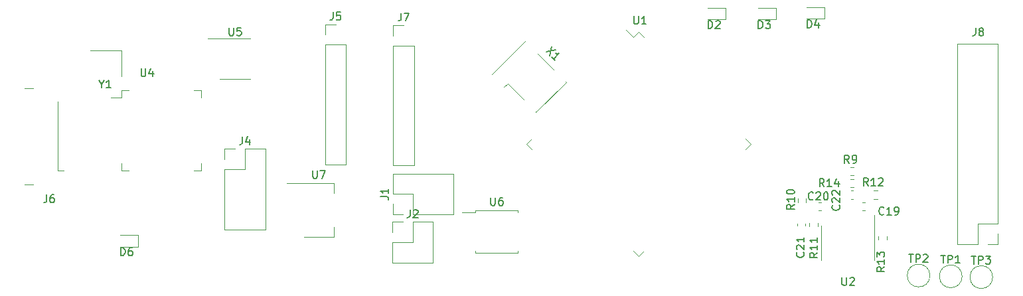
<source format=gbr>
%TF.GenerationSoftware,KiCad,Pcbnew,7.0.6-7.0.6~ubuntu20.04.1*%
%TF.CreationDate,2023-10-29T13:00:39+01:00*%
%TF.ProjectId,amurNutzlast,616d7572-4e75-4747-9a6c-6173742e6b69,rev?*%
%TF.SameCoordinates,Original*%
%TF.FileFunction,Legend,Top*%
%TF.FilePolarity,Positive*%
%FSLAX46Y46*%
G04 Gerber Fmt 4.6, Leading zero omitted, Abs format (unit mm)*
G04 Created by KiCad (PCBNEW 7.0.6-7.0.6~ubuntu20.04.1) date 2023-10-29 13:00:39*
%MOMM*%
%LPD*%
G01*
G04 APERTURE LIST*
%ADD10C,0.150000*%
%ADD11C,0.120000*%
G04 APERTURE END LIST*
D10*
X97941666Y-32104819D02*
X97941666Y-32819104D01*
X97941666Y-32819104D02*
X97894047Y-32961961D01*
X97894047Y-32961961D02*
X97798809Y-33057200D01*
X97798809Y-33057200D02*
X97655952Y-33104819D01*
X97655952Y-33104819D02*
X97560714Y-33104819D01*
X98322619Y-32104819D02*
X98989285Y-32104819D01*
X98989285Y-32104819D02*
X98560714Y-33104819D01*
X86674095Y-52190819D02*
X86674095Y-53000342D01*
X86674095Y-53000342D02*
X86721714Y-53095580D01*
X86721714Y-53095580D02*
X86769333Y-53143200D01*
X86769333Y-53143200D02*
X86864571Y-53190819D01*
X86864571Y-53190819D02*
X87055047Y-53190819D01*
X87055047Y-53190819D02*
X87150285Y-53143200D01*
X87150285Y-53143200D02*
X87197904Y-53095580D01*
X87197904Y-53095580D02*
X87245523Y-53000342D01*
X87245523Y-53000342D02*
X87245523Y-52190819D01*
X87626476Y-52190819D02*
X88293142Y-52190819D01*
X88293142Y-52190819D02*
X87864571Y-53190819D01*
X150507142Y-55859580D02*
X150459523Y-55907200D01*
X150459523Y-55907200D02*
X150316666Y-55954819D01*
X150316666Y-55954819D02*
X150221428Y-55954819D01*
X150221428Y-55954819D02*
X150078571Y-55907200D01*
X150078571Y-55907200D02*
X149983333Y-55811961D01*
X149983333Y-55811961D02*
X149935714Y-55716723D01*
X149935714Y-55716723D02*
X149888095Y-55526247D01*
X149888095Y-55526247D02*
X149888095Y-55383390D01*
X149888095Y-55383390D02*
X149935714Y-55192914D01*
X149935714Y-55192914D02*
X149983333Y-55097676D01*
X149983333Y-55097676D02*
X150078571Y-55002438D01*
X150078571Y-55002438D02*
X150221428Y-54954819D01*
X150221428Y-54954819D02*
X150316666Y-54954819D01*
X150316666Y-54954819D02*
X150459523Y-55002438D01*
X150459523Y-55002438D02*
X150507142Y-55050057D01*
X150888095Y-55050057D02*
X150935714Y-55002438D01*
X150935714Y-55002438D02*
X151030952Y-54954819D01*
X151030952Y-54954819D02*
X151269047Y-54954819D01*
X151269047Y-54954819D02*
X151364285Y-55002438D01*
X151364285Y-55002438D02*
X151411904Y-55050057D01*
X151411904Y-55050057D02*
X151459523Y-55145295D01*
X151459523Y-55145295D02*
X151459523Y-55240533D01*
X151459523Y-55240533D02*
X151411904Y-55383390D01*
X151411904Y-55383390D02*
X150840476Y-55954819D01*
X150840476Y-55954819D02*
X151459523Y-55954819D01*
X152078571Y-54954819D02*
X152173809Y-54954819D01*
X152173809Y-54954819D02*
X152269047Y-55002438D01*
X152269047Y-55002438D02*
X152316666Y-55050057D01*
X152316666Y-55050057D02*
X152364285Y-55145295D01*
X152364285Y-55145295D02*
X152411904Y-55335771D01*
X152411904Y-55335771D02*
X152411904Y-55573866D01*
X152411904Y-55573866D02*
X152364285Y-55764342D01*
X152364285Y-55764342D02*
X152316666Y-55859580D01*
X152316666Y-55859580D02*
X152269047Y-55907200D01*
X152269047Y-55907200D02*
X152173809Y-55954819D01*
X152173809Y-55954819D02*
X152078571Y-55954819D01*
X152078571Y-55954819D02*
X151983333Y-55907200D01*
X151983333Y-55907200D02*
X151935714Y-55859580D01*
X151935714Y-55859580D02*
X151888095Y-55764342D01*
X151888095Y-55764342D02*
X151840476Y-55573866D01*
X151840476Y-55573866D02*
X151840476Y-55335771D01*
X151840476Y-55335771D02*
X151888095Y-55145295D01*
X151888095Y-55145295D02*
X151935714Y-55050057D01*
X151935714Y-55050057D02*
X151983333Y-55002438D01*
X151983333Y-55002438D02*
X152078571Y-54954819D01*
X159604819Y-64492857D02*
X159128628Y-64826190D01*
X159604819Y-65064285D02*
X158604819Y-65064285D01*
X158604819Y-65064285D02*
X158604819Y-64683333D01*
X158604819Y-64683333D02*
X158652438Y-64588095D01*
X158652438Y-64588095D02*
X158700057Y-64540476D01*
X158700057Y-64540476D02*
X158795295Y-64492857D01*
X158795295Y-64492857D02*
X158938152Y-64492857D01*
X158938152Y-64492857D02*
X159033390Y-64540476D01*
X159033390Y-64540476D02*
X159081009Y-64588095D01*
X159081009Y-64588095D02*
X159128628Y-64683333D01*
X159128628Y-64683333D02*
X159128628Y-65064285D01*
X159604819Y-63540476D02*
X159604819Y-64111904D01*
X159604819Y-63826190D02*
X158604819Y-63826190D01*
X158604819Y-63826190D02*
X158747676Y-63921428D01*
X158747676Y-63921428D02*
X158842914Y-64016666D01*
X158842914Y-64016666D02*
X158890533Y-64111904D01*
X158604819Y-63207142D02*
X158604819Y-62588095D01*
X158604819Y-62588095D02*
X158985771Y-62921428D01*
X158985771Y-62921428D02*
X158985771Y-62778571D01*
X158985771Y-62778571D02*
X159033390Y-62683333D01*
X159033390Y-62683333D02*
X159081009Y-62635714D01*
X159081009Y-62635714D02*
X159176247Y-62588095D01*
X159176247Y-62588095D02*
X159414342Y-62588095D01*
X159414342Y-62588095D02*
X159509580Y-62635714D01*
X159509580Y-62635714D02*
X159557200Y-62683333D01*
X159557200Y-62683333D02*
X159604819Y-62778571D01*
X159604819Y-62778571D02*
X159604819Y-63064285D01*
X159604819Y-63064285D02*
X159557200Y-63159523D01*
X159557200Y-63159523D02*
X159509580Y-63207142D01*
X64788095Y-39204819D02*
X64788095Y-40014342D01*
X64788095Y-40014342D02*
X64835714Y-40109580D01*
X64835714Y-40109580D02*
X64883333Y-40157200D01*
X64883333Y-40157200D02*
X64978571Y-40204819D01*
X64978571Y-40204819D02*
X65169047Y-40204819D01*
X65169047Y-40204819D02*
X65264285Y-40157200D01*
X65264285Y-40157200D02*
X65311904Y-40109580D01*
X65311904Y-40109580D02*
X65359523Y-40014342D01*
X65359523Y-40014342D02*
X65359523Y-39204819D01*
X66264285Y-39538152D02*
X66264285Y-40204819D01*
X66026190Y-39157200D02*
X65788095Y-39871485D01*
X65788095Y-39871485D02*
X66407142Y-39871485D01*
X137111905Y-34084819D02*
X137111905Y-33084819D01*
X137111905Y-33084819D02*
X137350000Y-33084819D01*
X137350000Y-33084819D02*
X137492857Y-33132438D01*
X137492857Y-33132438D02*
X137588095Y-33227676D01*
X137588095Y-33227676D02*
X137635714Y-33322914D01*
X137635714Y-33322914D02*
X137683333Y-33513390D01*
X137683333Y-33513390D02*
X137683333Y-33656247D01*
X137683333Y-33656247D02*
X137635714Y-33846723D01*
X137635714Y-33846723D02*
X137588095Y-33941961D01*
X137588095Y-33941961D02*
X137492857Y-34037200D01*
X137492857Y-34037200D02*
X137350000Y-34084819D01*
X137350000Y-34084819D02*
X137111905Y-34084819D01*
X138064286Y-33180057D02*
X138111905Y-33132438D01*
X138111905Y-33132438D02*
X138207143Y-33084819D01*
X138207143Y-33084819D02*
X138445238Y-33084819D01*
X138445238Y-33084819D02*
X138540476Y-33132438D01*
X138540476Y-33132438D02*
X138588095Y-33180057D01*
X138588095Y-33180057D02*
X138635714Y-33275295D01*
X138635714Y-33275295D02*
X138635714Y-33370533D01*
X138635714Y-33370533D02*
X138588095Y-33513390D01*
X138588095Y-33513390D02*
X138016667Y-34084819D01*
X138016667Y-34084819D02*
X138635714Y-34084819D01*
X170688095Y-63106819D02*
X171259523Y-63106819D01*
X170973809Y-64106819D02*
X170973809Y-63106819D01*
X171592857Y-64106819D02*
X171592857Y-63106819D01*
X171592857Y-63106819D02*
X171973809Y-63106819D01*
X171973809Y-63106819D02*
X172069047Y-63154438D01*
X172069047Y-63154438D02*
X172116666Y-63202057D01*
X172116666Y-63202057D02*
X172164285Y-63297295D01*
X172164285Y-63297295D02*
X172164285Y-63440152D01*
X172164285Y-63440152D02*
X172116666Y-63535390D01*
X172116666Y-63535390D02*
X172069047Y-63583009D01*
X172069047Y-63583009D02*
X171973809Y-63630628D01*
X171973809Y-63630628D02*
X171592857Y-63630628D01*
X172497619Y-63106819D02*
X173116666Y-63106819D01*
X173116666Y-63106819D02*
X172783333Y-63487771D01*
X172783333Y-63487771D02*
X172926190Y-63487771D01*
X172926190Y-63487771D02*
X173021428Y-63535390D01*
X173021428Y-63535390D02*
X173069047Y-63583009D01*
X173069047Y-63583009D02*
X173116666Y-63678247D01*
X173116666Y-63678247D02*
X173116666Y-63916342D01*
X173116666Y-63916342D02*
X173069047Y-64011580D01*
X173069047Y-64011580D02*
X173021428Y-64059200D01*
X173021428Y-64059200D02*
X172926190Y-64106819D01*
X172926190Y-64106819D02*
X172640476Y-64106819D01*
X172640476Y-64106819D02*
X172545238Y-64059200D01*
X172545238Y-64059200D02*
X172497619Y-64011580D01*
X151054819Y-62692857D02*
X150578628Y-63026190D01*
X151054819Y-63264285D02*
X150054819Y-63264285D01*
X150054819Y-63264285D02*
X150054819Y-62883333D01*
X150054819Y-62883333D02*
X150102438Y-62788095D01*
X150102438Y-62788095D02*
X150150057Y-62740476D01*
X150150057Y-62740476D02*
X150245295Y-62692857D01*
X150245295Y-62692857D02*
X150388152Y-62692857D01*
X150388152Y-62692857D02*
X150483390Y-62740476D01*
X150483390Y-62740476D02*
X150531009Y-62788095D01*
X150531009Y-62788095D02*
X150578628Y-62883333D01*
X150578628Y-62883333D02*
X150578628Y-63264285D01*
X151054819Y-61740476D02*
X151054819Y-62311904D01*
X151054819Y-62026190D02*
X150054819Y-62026190D01*
X150054819Y-62026190D02*
X150197676Y-62121428D01*
X150197676Y-62121428D02*
X150292914Y-62216666D01*
X150292914Y-62216666D02*
X150340533Y-62311904D01*
X151054819Y-60788095D02*
X151054819Y-61359523D01*
X151054819Y-61073809D02*
X150054819Y-61073809D01*
X150054819Y-61073809D02*
X150197676Y-61169047D01*
X150197676Y-61169047D02*
X150292914Y-61264285D01*
X150292914Y-61264285D02*
X150340533Y-61359523D01*
X166788095Y-63006819D02*
X167359523Y-63006819D01*
X167073809Y-64006819D02*
X167073809Y-63006819D01*
X167692857Y-64006819D02*
X167692857Y-63006819D01*
X167692857Y-63006819D02*
X168073809Y-63006819D01*
X168073809Y-63006819D02*
X168169047Y-63054438D01*
X168169047Y-63054438D02*
X168216666Y-63102057D01*
X168216666Y-63102057D02*
X168264285Y-63197295D01*
X168264285Y-63197295D02*
X168264285Y-63340152D01*
X168264285Y-63340152D02*
X168216666Y-63435390D01*
X168216666Y-63435390D02*
X168169047Y-63483009D01*
X168169047Y-63483009D02*
X168073809Y-63530628D01*
X168073809Y-63530628D02*
X167692857Y-63530628D01*
X169216666Y-64006819D02*
X168645238Y-64006819D01*
X168930952Y-64006819D02*
X168930952Y-63006819D01*
X168930952Y-63006819D02*
X168835714Y-63149676D01*
X168835714Y-63149676D02*
X168740476Y-63244914D01*
X168740476Y-63244914D02*
X168645238Y-63292533D01*
X143511905Y-34084819D02*
X143511905Y-33084819D01*
X143511905Y-33084819D02*
X143750000Y-33084819D01*
X143750000Y-33084819D02*
X143892857Y-33132438D01*
X143892857Y-33132438D02*
X143988095Y-33227676D01*
X143988095Y-33227676D02*
X144035714Y-33322914D01*
X144035714Y-33322914D02*
X144083333Y-33513390D01*
X144083333Y-33513390D02*
X144083333Y-33656247D01*
X144083333Y-33656247D02*
X144035714Y-33846723D01*
X144035714Y-33846723D02*
X143988095Y-33941961D01*
X143988095Y-33941961D02*
X143892857Y-34037200D01*
X143892857Y-34037200D02*
X143750000Y-34084819D01*
X143750000Y-34084819D02*
X143511905Y-34084819D01*
X144416667Y-33084819D02*
X145035714Y-33084819D01*
X145035714Y-33084819D02*
X144702381Y-33465771D01*
X144702381Y-33465771D02*
X144845238Y-33465771D01*
X144845238Y-33465771D02*
X144940476Y-33513390D01*
X144940476Y-33513390D02*
X144988095Y-33561009D01*
X144988095Y-33561009D02*
X145035714Y-33656247D01*
X145035714Y-33656247D02*
X145035714Y-33894342D01*
X145035714Y-33894342D02*
X144988095Y-33989580D01*
X144988095Y-33989580D02*
X144940476Y-34037200D01*
X144940476Y-34037200D02*
X144845238Y-34084819D01*
X144845238Y-34084819D02*
X144559524Y-34084819D01*
X144559524Y-34084819D02*
X144464286Y-34037200D01*
X144464286Y-34037200D02*
X144416667Y-33989580D01*
X109388095Y-55654819D02*
X109388095Y-56464342D01*
X109388095Y-56464342D02*
X109435714Y-56559580D01*
X109435714Y-56559580D02*
X109483333Y-56607200D01*
X109483333Y-56607200D02*
X109578571Y-56654819D01*
X109578571Y-56654819D02*
X109769047Y-56654819D01*
X109769047Y-56654819D02*
X109864285Y-56607200D01*
X109864285Y-56607200D02*
X109911904Y-56559580D01*
X109911904Y-56559580D02*
X109959523Y-56464342D01*
X109959523Y-56464342D02*
X109959523Y-55654819D01*
X110864285Y-55654819D02*
X110673809Y-55654819D01*
X110673809Y-55654819D02*
X110578571Y-55702438D01*
X110578571Y-55702438D02*
X110530952Y-55750057D01*
X110530952Y-55750057D02*
X110435714Y-55892914D01*
X110435714Y-55892914D02*
X110388095Y-56083390D01*
X110388095Y-56083390D02*
X110388095Y-56464342D01*
X110388095Y-56464342D02*
X110435714Y-56559580D01*
X110435714Y-56559580D02*
X110483333Y-56607200D01*
X110483333Y-56607200D02*
X110578571Y-56654819D01*
X110578571Y-56654819D02*
X110769047Y-56654819D01*
X110769047Y-56654819D02*
X110864285Y-56607200D01*
X110864285Y-56607200D02*
X110911904Y-56559580D01*
X110911904Y-56559580D02*
X110959523Y-56464342D01*
X110959523Y-56464342D02*
X110959523Y-56226247D01*
X110959523Y-56226247D02*
X110911904Y-56131009D01*
X110911904Y-56131009D02*
X110864285Y-56083390D01*
X110864285Y-56083390D02*
X110769047Y-56035771D01*
X110769047Y-56035771D02*
X110578571Y-56035771D01*
X110578571Y-56035771D02*
X110483333Y-56083390D01*
X110483333Y-56083390D02*
X110435714Y-56131009D01*
X110435714Y-56131009D02*
X110388095Y-56226247D01*
X127638095Y-32504819D02*
X127638095Y-33314342D01*
X127638095Y-33314342D02*
X127685714Y-33409580D01*
X127685714Y-33409580D02*
X127733333Y-33457200D01*
X127733333Y-33457200D02*
X127828571Y-33504819D01*
X127828571Y-33504819D02*
X128019047Y-33504819D01*
X128019047Y-33504819D02*
X128114285Y-33457200D01*
X128114285Y-33457200D02*
X128161904Y-33409580D01*
X128161904Y-33409580D02*
X128209523Y-33314342D01*
X128209523Y-33314342D02*
X128209523Y-32504819D01*
X129209523Y-33504819D02*
X128638095Y-33504819D01*
X128923809Y-33504819D02*
X128923809Y-32504819D01*
X128923809Y-32504819D02*
X128828571Y-32647676D01*
X128828571Y-32647676D02*
X128733333Y-32742914D01*
X128733333Y-32742914D02*
X128638095Y-32790533D01*
X62186905Y-63057819D02*
X62186905Y-62057819D01*
X62186905Y-62057819D02*
X62425000Y-62057819D01*
X62425000Y-62057819D02*
X62567857Y-62105438D01*
X62567857Y-62105438D02*
X62663095Y-62200676D01*
X62663095Y-62200676D02*
X62710714Y-62295914D01*
X62710714Y-62295914D02*
X62758333Y-62486390D01*
X62758333Y-62486390D02*
X62758333Y-62629247D01*
X62758333Y-62629247D02*
X62710714Y-62819723D01*
X62710714Y-62819723D02*
X62663095Y-62914961D01*
X62663095Y-62914961D02*
X62567857Y-63010200D01*
X62567857Y-63010200D02*
X62425000Y-63057819D01*
X62425000Y-63057819D02*
X62186905Y-63057819D01*
X63615476Y-62057819D02*
X63425000Y-62057819D01*
X63425000Y-62057819D02*
X63329762Y-62105438D01*
X63329762Y-62105438D02*
X63282143Y-62153057D01*
X63282143Y-62153057D02*
X63186905Y-62295914D01*
X63186905Y-62295914D02*
X63139286Y-62486390D01*
X63139286Y-62486390D02*
X63139286Y-62867342D01*
X63139286Y-62867342D02*
X63186905Y-62962580D01*
X63186905Y-62962580D02*
X63234524Y-63010200D01*
X63234524Y-63010200D02*
X63329762Y-63057819D01*
X63329762Y-63057819D02*
X63520238Y-63057819D01*
X63520238Y-63057819D02*
X63615476Y-63010200D01*
X63615476Y-63010200D02*
X63663095Y-62962580D01*
X63663095Y-62962580D02*
X63710714Y-62867342D01*
X63710714Y-62867342D02*
X63710714Y-62629247D01*
X63710714Y-62629247D02*
X63663095Y-62534009D01*
X63663095Y-62534009D02*
X63615476Y-62486390D01*
X63615476Y-62486390D02*
X63520238Y-62438771D01*
X63520238Y-62438771D02*
X63329762Y-62438771D01*
X63329762Y-62438771D02*
X63234524Y-62486390D01*
X63234524Y-62486390D02*
X63186905Y-62534009D01*
X63186905Y-62534009D02*
X63139286Y-62629247D01*
X89261666Y-32003819D02*
X89261666Y-32718104D01*
X89261666Y-32718104D02*
X89214047Y-32860961D01*
X89214047Y-32860961D02*
X89118809Y-32956200D01*
X89118809Y-32956200D02*
X88975952Y-33003819D01*
X88975952Y-33003819D02*
X88880714Y-33003819D01*
X90214047Y-32003819D02*
X89737857Y-32003819D01*
X89737857Y-32003819D02*
X89690238Y-32480009D01*
X89690238Y-32480009D02*
X89737857Y-32432390D01*
X89737857Y-32432390D02*
X89833095Y-32384771D01*
X89833095Y-32384771D02*
X90071190Y-32384771D01*
X90071190Y-32384771D02*
X90166428Y-32432390D01*
X90166428Y-32432390D02*
X90214047Y-32480009D01*
X90214047Y-32480009D02*
X90261666Y-32575247D01*
X90261666Y-32575247D02*
X90261666Y-32813342D01*
X90261666Y-32813342D02*
X90214047Y-32908580D01*
X90214047Y-32908580D02*
X90166428Y-32956200D01*
X90166428Y-32956200D02*
X90071190Y-33003819D01*
X90071190Y-33003819D02*
X89833095Y-33003819D01*
X89833095Y-33003819D02*
X89737857Y-32956200D01*
X89737857Y-32956200D02*
X89690238Y-32908580D01*
X95349819Y-55538333D02*
X96064104Y-55538333D01*
X96064104Y-55538333D02*
X96206961Y-55585952D01*
X96206961Y-55585952D02*
X96302200Y-55681190D01*
X96302200Y-55681190D02*
X96349819Y-55824047D01*
X96349819Y-55824047D02*
X96349819Y-55919285D01*
X96349819Y-54538333D02*
X96349819Y-55109761D01*
X96349819Y-54824047D02*
X95349819Y-54824047D01*
X95349819Y-54824047D02*
X95492676Y-54919285D01*
X95492676Y-54919285D02*
X95587914Y-55014523D01*
X95587914Y-55014523D02*
X95635533Y-55109761D01*
X151907142Y-54254819D02*
X151573809Y-53778628D01*
X151335714Y-54254819D02*
X151335714Y-53254819D01*
X151335714Y-53254819D02*
X151716666Y-53254819D01*
X151716666Y-53254819D02*
X151811904Y-53302438D01*
X151811904Y-53302438D02*
X151859523Y-53350057D01*
X151859523Y-53350057D02*
X151907142Y-53445295D01*
X151907142Y-53445295D02*
X151907142Y-53588152D01*
X151907142Y-53588152D02*
X151859523Y-53683390D01*
X151859523Y-53683390D02*
X151811904Y-53731009D01*
X151811904Y-53731009D02*
X151716666Y-53778628D01*
X151716666Y-53778628D02*
X151335714Y-53778628D01*
X152859523Y-54254819D02*
X152288095Y-54254819D01*
X152573809Y-54254819D02*
X152573809Y-53254819D01*
X152573809Y-53254819D02*
X152478571Y-53397676D01*
X152478571Y-53397676D02*
X152383333Y-53492914D01*
X152383333Y-53492914D02*
X152288095Y-53540533D01*
X153716666Y-53588152D02*
X153716666Y-54254819D01*
X153478571Y-53207200D02*
X153240476Y-53921485D01*
X153240476Y-53921485D02*
X153859523Y-53921485D01*
X59739809Y-41184628D02*
X59739809Y-41660819D01*
X59406476Y-40660819D02*
X59739809Y-41184628D01*
X59739809Y-41184628D02*
X60073142Y-40660819D01*
X60930285Y-41660819D02*
X60358857Y-41660819D01*
X60644571Y-41660819D02*
X60644571Y-40660819D01*
X60644571Y-40660819D02*
X60549333Y-40803676D01*
X60549333Y-40803676D02*
X60454095Y-40898914D01*
X60454095Y-40898914D02*
X60358857Y-40946533D01*
X149761905Y-33984819D02*
X149761905Y-32984819D01*
X149761905Y-32984819D02*
X150000000Y-32984819D01*
X150000000Y-32984819D02*
X150142857Y-33032438D01*
X150142857Y-33032438D02*
X150238095Y-33127676D01*
X150238095Y-33127676D02*
X150285714Y-33222914D01*
X150285714Y-33222914D02*
X150333333Y-33413390D01*
X150333333Y-33413390D02*
X150333333Y-33556247D01*
X150333333Y-33556247D02*
X150285714Y-33746723D01*
X150285714Y-33746723D02*
X150238095Y-33841961D01*
X150238095Y-33841961D02*
X150142857Y-33937200D01*
X150142857Y-33937200D02*
X150000000Y-33984819D01*
X150000000Y-33984819D02*
X149761905Y-33984819D01*
X151190476Y-33318152D02*
X151190476Y-33984819D01*
X150952381Y-32937200D02*
X150714286Y-33651485D01*
X150714286Y-33651485D02*
X151333333Y-33651485D01*
X154188095Y-65854819D02*
X154188095Y-66664342D01*
X154188095Y-66664342D02*
X154235714Y-66759580D01*
X154235714Y-66759580D02*
X154283333Y-66807200D01*
X154283333Y-66807200D02*
X154378571Y-66854819D01*
X154378571Y-66854819D02*
X154569047Y-66854819D01*
X154569047Y-66854819D02*
X154664285Y-66807200D01*
X154664285Y-66807200D02*
X154711904Y-66759580D01*
X154711904Y-66759580D02*
X154759523Y-66664342D01*
X154759523Y-66664342D02*
X154759523Y-65854819D01*
X155188095Y-65950057D02*
X155235714Y-65902438D01*
X155235714Y-65902438D02*
X155330952Y-65854819D01*
X155330952Y-65854819D02*
X155569047Y-65854819D01*
X155569047Y-65854819D02*
X155664285Y-65902438D01*
X155664285Y-65902438D02*
X155711904Y-65950057D01*
X155711904Y-65950057D02*
X155759523Y-66045295D01*
X155759523Y-66045295D02*
X155759523Y-66140533D01*
X155759523Y-66140533D02*
X155711904Y-66283390D01*
X155711904Y-66283390D02*
X155140476Y-66854819D01*
X155140476Y-66854819D02*
X155759523Y-66854819D01*
X148104819Y-56542857D02*
X147628628Y-56876190D01*
X148104819Y-57114285D02*
X147104819Y-57114285D01*
X147104819Y-57114285D02*
X147104819Y-56733333D01*
X147104819Y-56733333D02*
X147152438Y-56638095D01*
X147152438Y-56638095D02*
X147200057Y-56590476D01*
X147200057Y-56590476D02*
X147295295Y-56542857D01*
X147295295Y-56542857D02*
X147438152Y-56542857D01*
X147438152Y-56542857D02*
X147533390Y-56590476D01*
X147533390Y-56590476D02*
X147581009Y-56638095D01*
X147581009Y-56638095D02*
X147628628Y-56733333D01*
X147628628Y-56733333D02*
X147628628Y-57114285D01*
X148104819Y-55590476D02*
X148104819Y-56161904D01*
X148104819Y-55876190D02*
X147104819Y-55876190D01*
X147104819Y-55876190D02*
X147247676Y-55971428D01*
X147247676Y-55971428D02*
X147342914Y-56066666D01*
X147342914Y-56066666D02*
X147390533Y-56161904D01*
X147104819Y-54971428D02*
X147104819Y-54876190D01*
X147104819Y-54876190D02*
X147152438Y-54780952D01*
X147152438Y-54780952D02*
X147200057Y-54733333D01*
X147200057Y-54733333D02*
X147295295Y-54685714D01*
X147295295Y-54685714D02*
X147485771Y-54638095D01*
X147485771Y-54638095D02*
X147723866Y-54638095D01*
X147723866Y-54638095D02*
X147914342Y-54685714D01*
X147914342Y-54685714D02*
X148009580Y-54733333D01*
X148009580Y-54733333D02*
X148057200Y-54780952D01*
X148057200Y-54780952D02*
X148104819Y-54876190D01*
X148104819Y-54876190D02*
X148104819Y-54971428D01*
X148104819Y-54971428D02*
X148057200Y-55066666D01*
X148057200Y-55066666D02*
X148009580Y-55114285D01*
X148009580Y-55114285D02*
X147914342Y-55161904D01*
X147914342Y-55161904D02*
X147723866Y-55209523D01*
X147723866Y-55209523D02*
X147485771Y-55209523D01*
X147485771Y-55209523D02*
X147295295Y-55161904D01*
X147295295Y-55161904D02*
X147200057Y-55114285D01*
X147200057Y-55114285D02*
X147152438Y-55066666D01*
X147152438Y-55066666D02*
X147104819Y-54971428D01*
X155083333Y-51254819D02*
X154750000Y-50778628D01*
X154511905Y-51254819D02*
X154511905Y-50254819D01*
X154511905Y-50254819D02*
X154892857Y-50254819D01*
X154892857Y-50254819D02*
X154988095Y-50302438D01*
X154988095Y-50302438D02*
X155035714Y-50350057D01*
X155035714Y-50350057D02*
X155083333Y-50445295D01*
X155083333Y-50445295D02*
X155083333Y-50588152D01*
X155083333Y-50588152D02*
X155035714Y-50683390D01*
X155035714Y-50683390D02*
X154988095Y-50731009D01*
X154988095Y-50731009D02*
X154892857Y-50778628D01*
X154892857Y-50778628D02*
X154511905Y-50778628D01*
X155559524Y-51254819D02*
X155750000Y-51254819D01*
X155750000Y-51254819D02*
X155845238Y-51207200D01*
X155845238Y-51207200D02*
X155892857Y-51159580D01*
X155892857Y-51159580D02*
X155988095Y-51016723D01*
X155988095Y-51016723D02*
X156035714Y-50826247D01*
X156035714Y-50826247D02*
X156035714Y-50445295D01*
X156035714Y-50445295D02*
X155988095Y-50350057D01*
X155988095Y-50350057D02*
X155940476Y-50302438D01*
X155940476Y-50302438D02*
X155845238Y-50254819D01*
X155845238Y-50254819D02*
X155654762Y-50254819D01*
X155654762Y-50254819D02*
X155559524Y-50302438D01*
X155559524Y-50302438D02*
X155511905Y-50350057D01*
X155511905Y-50350057D02*
X155464286Y-50445295D01*
X155464286Y-50445295D02*
X155464286Y-50683390D01*
X155464286Y-50683390D02*
X155511905Y-50778628D01*
X155511905Y-50778628D02*
X155559524Y-50826247D01*
X155559524Y-50826247D02*
X155654762Y-50873866D01*
X155654762Y-50873866D02*
X155845238Y-50873866D01*
X155845238Y-50873866D02*
X155940476Y-50826247D01*
X155940476Y-50826247D02*
X155988095Y-50778628D01*
X155988095Y-50778628D02*
X156035714Y-50683390D01*
X117162219Y-36342941D02*
X116926517Y-37521452D01*
X117633623Y-36814345D02*
X116455112Y-37050047D01*
X117566280Y-38161215D02*
X117162219Y-37757154D01*
X117364249Y-37959185D02*
X118071356Y-37252078D01*
X118071356Y-37252078D02*
X117902997Y-37285750D01*
X117902997Y-37285750D02*
X117768310Y-37285750D01*
X117768310Y-37285750D02*
X117667295Y-37252078D01*
X153809580Y-56642857D02*
X153857200Y-56690476D01*
X153857200Y-56690476D02*
X153904819Y-56833333D01*
X153904819Y-56833333D02*
X153904819Y-56928571D01*
X153904819Y-56928571D02*
X153857200Y-57071428D01*
X153857200Y-57071428D02*
X153761961Y-57166666D01*
X153761961Y-57166666D02*
X153666723Y-57214285D01*
X153666723Y-57214285D02*
X153476247Y-57261904D01*
X153476247Y-57261904D02*
X153333390Y-57261904D01*
X153333390Y-57261904D02*
X153142914Y-57214285D01*
X153142914Y-57214285D02*
X153047676Y-57166666D01*
X153047676Y-57166666D02*
X152952438Y-57071428D01*
X152952438Y-57071428D02*
X152904819Y-56928571D01*
X152904819Y-56928571D02*
X152904819Y-56833333D01*
X152904819Y-56833333D02*
X152952438Y-56690476D01*
X152952438Y-56690476D02*
X153000057Y-56642857D01*
X153000057Y-56261904D02*
X152952438Y-56214285D01*
X152952438Y-56214285D02*
X152904819Y-56119047D01*
X152904819Y-56119047D02*
X152904819Y-55880952D01*
X152904819Y-55880952D02*
X152952438Y-55785714D01*
X152952438Y-55785714D02*
X153000057Y-55738095D01*
X153000057Y-55738095D02*
X153095295Y-55690476D01*
X153095295Y-55690476D02*
X153190533Y-55690476D01*
X153190533Y-55690476D02*
X153333390Y-55738095D01*
X153333390Y-55738095D02*
X153904819Y-56309523D01*
X153904819Y-56309523D02*
X153904819Y-55690476D01*
X153000057Y-55309523D02*
X152952438Y-55261904D01*
X152952438Y-55261904D02*
X152904819Y-55166666D01*
X152904819Y-55166666D02*
X152904819Y-54928571D01*
X152904819Y-54928571D02*
X152952438Y-54833333D01*
X152952438Y-54833333D02*
X153000057Y-54785714D01*
X153000057Y-54785714D02*
X153095295Y-54738095D01*
X153095295Y-54738095D02*
X153190533Y-54738095D01*
X153190533Y-54738095D02*
X153333390Y-54785714D01*
X153333390Y-54785714D02*
X153904819Y-55357142D01*
X153904819Y-55357142D02*
X153904819Y-54738095D01*
X77704666Y-47883819D02*
X77704666Y-48598104D01*
X77704666Y-48598104D02*
X77657047Y-48740961D01*
X77657047Y-48740961D02*
X77561809Y-48836200D01*
X77561809Y-48836200D02*
X77418952Y-48883819D01*
X77418952Y-48883819D02*
X77323714Y-48883819D01*
X78609428Y-48217152D02*
X78609428Y-48883819D01*
X78371333Y-47836200D02*
X78133238Y-48550485D01*
X78133238Y-48550485D02*
X78752285Y-48550485D01*
X149259580Y-62642857D02*
X149307200Y-62690476D01*
X149307200Y-62690476D02*
X149354819Y-62833333D01*
X149354819Y-62833333D02*
X149354819Y-62928571D01*
X149354819Y-62928571D02*
X149307200Y-63071428D01*
X149307200Y-63071428D02*
X149211961Y-63166666D01*
X149211961Y-63166666D02*
X149116723Y-63214285D01*
X149116723Y-63214285D02*
X148926247Y-63261904D01*
X148926247Y-63261904D02*
X148783390Y-63261904D01*
X148783390Y-63261904D02*
X148592914Y-63214285D01*
X148592914Y-63214285D02*
X148497676Y-63166666D01*
X148497676Y-63166666D02*
X148402438Y-63071428D01*
X148402438Y-63071428D02*
X148354819Y-62928571D01*
X148354819Y-62928571D02*
X148354819Y-62833333D01*
X148354819Y-62833333D02*
X148402438Y-62690476D01*
X148402438Y-62690476D02*
X148450057Y-62642857D01*
X148450057Y-62261904D02*
X148402438Y-62214285D01*
X148402438Y-62214285D02*
X148354819Y-62119047D01*
X148354819Y-62119047D02*
X148354819Y-61880952D01*
X148354819Y-61880952D02*
X148402438Y-61785714D01*
X148402438Y-61785714D02*
X148450057Y-61738095D01*
X148450057Y-61738095D02*
X148545295Y-61690476D01*
X148545295Y-61690476D02*
X148640533Y-61690476D01*
X148640533Y-61690476D02*
X148783390Y-61738095D01*
X148783390Y-61738095D02*
X149354819Y-62309523D01*
X149354819Y-62309523D02*
X149354819Y-61690476D01*
X149354819Y-60738095D02*
X149354819Y-61309523D01*
X149354819Y-61023809D02*
X148354819Y-61023809D01*
X148354819Y-61023809D02*
X148497676Y-61119047D01*
X148497676Y-61119047D02*
X148592914Y-61214285D01*
X148592914Y-61214285D02*
X148640533Y-61309523D01*
X171216666Y-34004819D02*
X171216666Y-34719104D01*
X171216666Y-34719104D02*
X171169047Y-34861961D01*
X171169047Y-34861961D02*
X171073809Y-34957200D01*
X171073809Y-34957200D02*
X170930952Y-35004819D01*
X170930952Y-35004819D02*
X170835714Y-35004819D01*
X171835714Y-34433390D02*
X171740476Y-34385771D01*
X171740476Y-34385771D02*
X171692857Y-34338152D01*
X171692857Y-34338152D02*
X171645238Y-34242914D01*
X171645238Y-34242914D02*
X171645238Y-34195295D01*
X171645238Y-34195295D02*
X171692857Y-34100057D01*
X171692857Y-34100057D02*
X171740476Y-34052438D01*
X171740476Y-34052438D02*
X171835714Y-34004819D01*
X171835714Y-34004819D02*
X172026190Y-34004819D01*
X172026190Y-34004819D02*
X172121428Y-34052438D01*
X172121428Y-34052438D02*
X172169047Y-34100057D01*
X172169047Y-34100057D02*
X172216666Y-34195295D01*
X172216666Y-34195295D02*
X172216666Y-34242914D01*
X172216666Y-34242914D02*
X172169047Y-34338152D01*
X172169047Y-34338152D02*
X172121428Y-34385771D01*
X172121428Y-34385771D02*
X172026190Y-34433390D01*
X172026190Y-34433390D02*
X171835714Y-34433390D01*
X171835714Y-34433390D02*
X171740476Y-34481009D01*
X171740476Y-34481009D02*
X171692857Y-34528628D01*
X171692857Y-34528628D02*
X171645238Y-34623866D01*
X171645238Y-34623866D02*
X171645238Y-34814342D01*
X171645238Y-34814342D02*
X171692857Y-34909580D01*
X171692857Y-34909580D02*
X171740476Y-34957200D01*
X171740476Y-34957200D02*
X171835714Y-35004819D01*
X171835714Y-35004819D02*
X172026190Y-35004819D01*
X172026190Y-35004819D02*
X172121428Y-34957200D01*
X172121428Y-34957200D02*
X172169047Y-34909580D01*
X172169047Y-34909580D02*
X172216666Y-34814342D01*
X172216666Y-34814342D02*
X172216666Y-34623866D01*
X172216666Y-34623866D02*
X172169047Y-34528628D01*
X172169047Y-34528628D02*
X172121428Y-34481009D01*
X172121428Y-34481009D02*
X172026190Y-34433390D01*
X157507142Y-54154819D02*
X157173809Y-53678628D01*
X156935714Y-54154819D02*
X156935714Y-53154819D01*
X156935714Y-53154819D02*
X157316666Y-53154819D01*
X157316666Y-53154819D02*
X157411904Y-53202438D01*
X157411904Y-53202438D02*
X157459523Y-53250057D01*
X157459523Y-53250057D02*
X157507142Y-53345295D01*
X157507142Y-53345295D02*
X157507142Y-53488152D01*
X157507142Y-53488152D02*
X157459523Y-53583390D01*
X157459523Y-53583390D02*
X157411904Y-53631009D01*
X157411904Y-53631009D02*
X157316666Y-53678628D01*
X157316666Y-53678628D02*
X156935714Y-53678628D01*
X158459523Y-54154819D02*
X157888095Y-54154819D01*
X158173809Y-54154819D02*
X158173809Y-53154819D01*
X158173809Y-53154819D02*
X158078571Y-53297676D01*
X158078571Y-53297676D02*
X157983333Y-53392914D01*
X157983333Y-53392914D02*
X157888095Y-53440533D01*
X158840476Y-53250057D02*
X158888095Y-53202438D01*
X158888095Y-53202438D02*
X158983333Y-53154819D01*
X158983333Y-53154819D02*
X159221428Y-53154819D01*
X159221428Y-53154819D02*
X159316666Y-53202438D01*
X159316666Y-53202438D02*
X159364285Y-53250057D01*
X159364285Y-53250057D02*
X159411904Y-53345295D01*
X159411904Y-53345295D02*
X159411904Y-53440533D01*
X159411904Y-53440533D02*
X159364285Y-53583390D01*
X159364285Y-53583390D02*
X158792857Y-54154819D01*
X158792857Y-54154819D02*
X159411904Y-54154819D01*
X159507142Y-57759580D02*
X159459523Y-57807200D01*
X159459523Y-57807200D02*
X159316666Y-57854819D01*
X159316666Y-57854819D02*
X159221428Y-57854819D01*
X159221428Y-57854819D02*
X159078571Y-57807200D01*
X159078571Y-57807200D02*
X158983333Y-57711961D01*
X158983333Y-57711961D02*
X158935714Y-57616723D01*
X158935714Y-57616723D02*
X158888095Y-57426247D01*
X158888095Y-57426247D02*
X158888095Y-57283390D01*
X158888095Y-57283390D02*
X158935714Y-57092914D01*
X158935714Y-57092914D02*
X158983333Y-56997676D01*
X158983333Y-56997676D02*
X159078571Y-56902438D01*
X159078571Y-56902438D02*
X159221428Y-56854819D01*
X159221428Y-56854819D02*
X159316666Y-56854819D01*
X159316666Y-56854819D02*
X159459523Y-56902438D01*
X159459523Y-56902438D02*
X159507142Y-56950057D01*
X160459523Y-57854819D02*
X159888095Y-57854819D01*
X160173809Y-57854819D02*
X160173809Y-56854819D01*
X160173809Y-56854819D02*
X160078571Y-56997676D01*
X160078571Y-56997676D02*
X159983333Y-57092914D01*
X159983333Y-57092914D02*
X159888095Y-57140533D01*
X160935714Y-57854819D02*
X161126190Y-57854819D01*
X161126190Y-57854819D02*
X161221428Y-57807200D01*
X161221428Y-57807200D02*
X161269047Y-57759580D01*
X161269047Y-57759580D02*
X161364285Y-57616723D01*
X161364285Y-57616723D02*
X161411904Y-57426247D01*
X161411904Y-57426247D02*
X161411904Y-57045295D01*
X161411904Y-57045295D02*
X161364285Y-56950057D01*
X161364285Y-56950057D02*
X161316666Y-56902438D01*
X161316666Y-56902438D02*
X161221428Y-56854819D01*
X161221428Y-56854819D02*
X161030952Y-56854819D01*
X161030952Y-56854819D02*
X160935714Y-56902438D01*
X160935714Y-56902438D02*
X160888095Y-56950057D01*
X160888095Y-56950057D02*
X160840476Y-57045295D01*
X160840476Y-57045295D02*
X160840476Y-57283390D01*
X160840476Y-57283390D02*
X160888095Y-57378628D01*
X160888095Y-57378628D02*
X160935714Y-57426247D01*
X160935714Y-57426247D02*
X161030952Y-57473866D01*
X161030952Y-57473866D02*
X161221428Y-57473866D01*
X161221428Y-57473866D02*
X161316666Y-57426247D01*
X161316666Y-57426247D02*
X161364285Y-57378628D01*
X161364285Y-57378628D02*
X161411904Y-57283390D01*
X162688095Y-62906819D02*
X163259523Y-62906819D01*
X162973809Y-63906819D02*
X162973809Y-62906819D01*
X163592857Y-63906819D02*
X163592857Y-62906819D01*
X163592857Y-62906819D02*
X163973809Y-62906819D01*
X163973809Y-62906819D02*
X164069047Y-62954438D01*
X164069047Y-62954438D02*
X164116666Y-63002057D01*
X164116666Y-63002057D02*
X164164285Y-63097295D01*
X164164285Y-63097295D02*
X164164285Y-63240152D01*
X164164285Y-63240152D02*
X164116666Y-63335390D01*
X164116666Y-63335390D02*
X164069047Y-63383009D01*
X164069047Y-63383009D02*
X163973809Y-63430628D01*
X163973809Y-63430628D02*
X163592857Y-63430628D01*
X164545238Y-63002057D02*
X164592857Y-62954438D01*
X164592857Y-62954438D02*
X164688095Y-62906819D01*
X164688095Y-62906819D02*
X164926190Y-62906819D01*
X164926190Y-62906819D02*
X165021428Y-62954438D01*
X165021428Y-62954438D02*
X165069047Y-63002057D01*
X165069047Y-63002057D02*
X165116666Y-63097295D01*
X165116666Y-63097295D02*
X165116666Y-63192533D01*
X165116666Y-63192533D02*
X165069047Y-63335390D01*
X165069047Y-63335390D02*
X164497619Y-63906819D01*
X164497619Y-63906819D02*
X165116666Y-63906819D01*
X52727666Y-55292819D02*
X52727666Y-56007104D01*
X52727666Y-56007104D02*
X52680047Y-56149961D01*
X52680047Y-56149961D02*
X52584809Y-56245200D01*
X52584809Y-56245200D02*
X52441952Y-56292819D01*
X52441952Y-56292819D02*
X52346714Y-56292819D01*
X53632428Y-55292819D02*
X53441952Y-55292819D01*
X53441952Y-55292819D02*
X53346714Y-55340438D01*
X53346714Y-55340438D02*
X53299095Y-55388057D01*
X53299095Y-55388057D02*
X53203857Y-55530914D01*
X53203857Y-55530914D02*
X53156238Y-55721390D01*
X53156238Y-55721390D02*
X53156238Y-56102342D01*
X53156238Y-56102342D02*
X53203857Y-56197580D01*
X53203857Y-56197580D02*
X53251476Y-56245200D01*
X53251476Y-56245200D02*
X53346714Y-56292819D01*
X53346714Y-56292819D02*
X53537190Y-56292819D01*
X53537190Y-56292819D02*
X53632428Y-56245200D01*
X53632428Y-56245200D02*
X53680047Y-56197580D01*
X53680047Y-56197580D02*
X53727666Y-56102342D01*
X53727666Y-56102342D02*
X53727666Y-55864247D01*
X53727666Y-55864247D02*
X53680047Y-55769009D01*
X53680047Y-55769009D02*
X53632428Y-55721390D01*
X53632428Y-55721390D02*
X53537190Y-55673771D01*
X53537190Y-55673771D02*
X53346714Y-55673771D01*
X53346714Y-55673771D02*
X53251476Y-55721390D01*
X53251476Y-55721390D02*
X53203857Y-55769009D01*
X53203857Y-55769009D02*
X53156238Y-55864247D01*
X99096666Y-57224819D02*
X99096666Y-57939104D01*
X99096666Y-57939104D02*
X99049047Y-58081961D01*
X99049047Y-58081961D02*
X98953809Y-58177200D01*
X98953809Y-58177200D02*
X98810952Y-58224819D01*
X98810952Y-58224819D02*
X98715714Y-58224819D01*
X99525238Y-57320057D02*
X99572857Y-57272438D01*
X99572857Y-57272438D02*
X99668095Y-57224819D01*
X99668095Y-57224819D02*
X99906190Y-57224819D01*
X99906190Y-57224819D02*
X100001428Y-57272438D01*
X100001428Y-57272438D02*
X100049047Y-57320057D01*
X100049047Y-57320057D02*
X100096666Y-57415295D01*
X100096666Y-57415295D02*
X100096666Y-57510533D01*
X100096666Y-57510533D02*
X100049047Y-57653390D01*
X100049047Y-57653390D02*
X99477619Y-58224819D01*
X99477619Y-58224819D02*
X100096666Y-58224819D01*
X76006095Y-33986819D02*
X76006095Y-34796342D01*
X76006095Y-34796342D02*
X76053714Y-34891580D01*
X76053714Y-34891580D02*
X76101333Y-34939200D01*
X76101333Y-34939200D02*
X76196571Y-34986819D01*
X76196571Y-34986819D02*
X76387047Y-34986819D01*
X76387047Y-34986819D02*
X76482285Y-34939200D01*
X76482285Y-34939200D02*
X76529904Y-34891580D01*
X76529904Y-34891580D02*
X76577523Y-34796342D01*
X76577523Y-34796342D02*
X76577523Y-33986819D01*
X77529904Y-33986819D02*
X77053714Y-33986819D01*
X77053714Y-33986819D02*
X77006095Y-34463009D01*
X77006095Y-34463009D02*
X77053714Y-34415390D01*
X77053714Y-34415390D02*
X77148952Y-34367771D01*
X77148952Y-34367771D02*
X77387047Y-34367771D01*
X77387047Y-34367771D02*
X77482285Y-34415390D01*
X77482285Y-34415390D02*
X77529904Y-34463009D01*
X77529904Y-34463009D02*
X77577523Y-34558247D01*
X77577523Y-34558247D02*
X77577523Y-34796342D01*
X77577523Y-34796342D02*
X77529904Y-34891580D01*
X77529904Y-34891580D02*
X77482285Y-34939200D01*
X77482285Y-34939200D02*
X77387047Y-34986819D01*
X77387047Y-34986819D02*
X77148952Y-34986819D01*
X77148952Y-34986819D02*
X77053714Y-34939200D01*
X77053714Y-34939200D02*
X77006095Y-34891580D01*
D11*
%TO.C,J7*%
X96945000Y-33650000D02*
X98275000Y-33650000D01*
X96945000Y-34980000D02*
X96945000Y-33650000D01*
X96945000Y-36250000D02*
X96945000Y-51550000D01*
X96945000Y-36250000D02*
X99605000Y-36250000D01*
X96945000Y-51550000D02*
X99605000Y-51550000D01*
X99605000Y-36250000D02*
X99605000Y-51550000D01*
%TO.C,U7*%
X83336000Y-53826000D02*
X89346000Y-53826000D01*
X85586000Y-60646000D02*
X89346000Y-60646000D01*
X89346000Y-53826000D02*
X89346000Y-55086000D01*
X89346000Y-60646000D02*
X89346000Y-59386000D01*
%TO.C,C20*%
X151209420Y-56290000D02*
X151490580Y-56290000D01*
X151209420Y-57310000D02*
X151490580Y-57310000D01*
%TO.C,R13*%
X159872500Y-60562742D02*
X159872500Y-61037258D01*
X158827500Y-60562742D02*
X158827500Y-61037258D01*
%TO.C,U4*%
X62260000Y-41966000D02*
X62260000Y-42916000D01*
X62260000Y-42916000D02*
X60920000Y-42916000D01*
X62260000Y-52186000D02*
X62260000Y-51236000D01*
X63210000Y-41966000D02*
X62260000Y-41966000D01*
X63210000Y-52186000D02*
X62260000Y-52186000D01*
X71530000Y-41966000D02*
X72480000Y-41966000D01*
X71530000Y-52186000D02*
X72480000Y-52186000D01*
X72480000Y-41966000D02*
X72480000Y-42916000D01*
X72480000Y-52186000D02*
X72480000Y-51236000D01*
%TO.C,D2*%
X139335000Y-32935000D02*
X139335000Y-31465000D01*
X139335000Y-31465000D02*
X137050000Y-31465000D01*
X137050000Y-32935000D02*
X139335000Y-32935000D01*
%TO.C,TP3*%
X173400000Y-65800000D02*
G75*
G03*
X173400000Y-65800000I-1450000J0D01*
G01*
%TO.C,R11*%
X151072500Y-58862742D02*
X151072500Y-59337258D01*
X150027500Y-58862742D02*
X150027500Y-59337258D01*
%TO.C,TP1*%
X169500000Y-65700000D02*
G75*
G03*
X169500000Y-65700000I-1450000J0D01*
G01*
%TO.C,D3*%
X145735000Y-32935000D02*
X145735000Y-31465000D01*
X145735000Y-31465000D02*
X143450000Y-31465000D01*
X143450000Y-32935000D02*
X145735000Y-32935000D01*
%TO.C,U6*%
X107425000Y-57275000D02*
X107425000Y-57535000D01*
X107425000Y-57535000D02*
X105750000Y-57535000D01*
X107425000Y-62725000D02*
X107425000Y-62465000D01*
X110150000Y-57275000D02*
X107425000Y-57275000D01*
X110150000Y-57275000D02*
X112875000Y-57275000D01*
X110150000Y-62725000D02*
X107425000Y-62725000D01*
X110150000Y-62725000D02*
X112875000Y-62725000D01*
X112875000Y-57275000D02*
X112875000Y-57535000D01*
X112875000Y-62725000D02*
X112875000Y-62465000D01*
%TO.C,U1*%
X128250000Y-34502301D02*
X127578249Y-35174052D01*
X127578249Y-35174052D02*
X126666081Y-34261885D01*
X113952301Y-48800000D02*
X114624052Y-48128249D01*
X128921751Y-35174052D02*
X128250000Y-34502301D01*
X114624052Y-49471751D02*
X113952301Y-48800000D01*
X141875948Y-48128249D02*
X142547699Y-48800000D01*
X127578249Y-62425948D02*
X128250000Y-63097699D01*
X142547699Y-48800000D02*
X141875948Y-49471751D01*
X128250000Y-63097699D02*
X128921751Y-62425948D01*
%TO.C,D6*%
X64410000Y-61908000D02*
X64410000Y-60438000D01*
X64410000Y-60438000D02*
X62125000Y-60438000D01*
X62125000Y-61908000D02*
X64410000Y-61908000D01*
%TO.C,J5*%
X88265000Y-33549000D02*
X89595000Y-33549000D01*
X88265000Y-34879000D02*
X88265000Y-33549000D01*
X88265000Y-36149000D02*
X88265000Y-51449000D01*
X88265000Y-36149000D02*
X90925000Y-36149000D01*
X88265000Y-51449000D02*
X90925000Y-51449000D01*
X90925000Y-36149000D02*
X90925000Y-51449000D01*
%TO.C,J1*%
X96895000Y-57805000D02*
X96895000Y-56475000D01*
X98225000Y-57805000D02*
X96895000Y-57805000D01*
X99495000Y-57805000D02*
X104635000Y-57805000D01*
X99495000Y-57805000D02*
X99495000Y-55205000D01*
X104635000Y-57805000D02*
X104635000Y-52605000D01*
X96895000Y-55205000D02*
X96895000Y-52605000D01*
X99495000Y-55205000D02*
X96895000Y-55205000D01*
X96895000Y-52605000D02*
X104635000Y-52605000D01*
%TO.C,R14*%
X155212742Y-53277500D02*
X155687258Y-53277500D01*
X155212742Y-54322500D02*
X155687258Y-54322500D01*
%TO.C,Y1*%
X62300000Y-40150000D02*
X62300000Y-36850000D01*
X62300000Y-36850000D02*
X58300000Y-36850000D01*
%TO.C,D4*%
X151985000Y-32835000D02*
X151985000Y-31365000D01*
X151985000Y-31365000D02*
X149700000Y-31365000D01*
X149700000Y-32835000D02*
X151985000Y-32835000D01*
%TO.C,U2*%
X158300000Y-61450000D02*
X158300000Y-57850000D01*
X158300000Y-61450000D02*
X158300000Y-63650000D01*
X151530000Y-61450000D02*
X151530000Y-59250000D01*
X151530000Y-61450000D02*
X151530000Y-63650000D01*
%TO.C,R10*%
X148527500Y-56237258D02*
X148527500Y-55762742D01*
X149572500Y-56237258D02*
X149572500Y-55762742D01*
%TO.C,R9*%
X155687258Y-52822500D02*
X155212742Y-52822500D01*
X155687258Y-51777500D02*
X155212742Y-51777500D01*
%TO.C,X1*%
X113742893Y-35674517D02*
X113785320Y-35716943D01*
X109924517Y-39492893D02*
X113742893Y-35674517D01*
X109966943Y-39535320D02*
X109924517Y-39492893D01*
X109542679Y-39959584D02*
X109966943Y-39535320D01*
X115340955Y-37272578D02*
X117377422Y-39309045D01*
X111522578Y-41090955D02*
X111098314Y-41515219D01*
X113559045Y-43127422D02*
X111522578Y-41090955D01*
X118933057Y-40864680D02*
X118975483Y-40907107D01*
X118975483Y-40907107D02*
X115157107Y-44725483D01*
X115157107Y-44725483D02*
X115114680Y-44683057D01*
%TO.C,C22*%
X155590580Y-55810000D02*
X155309420Y-55810000D01*
X155590580Y-54790000D02*
X155309420Y-54790000D01*
%TO.C,J4*%
X75438000Y-49429000D02*
X76768000Y-49429000D01*
X75438000Y-50759000D02*
X75438000Y-49429000D01*
X75438000Y-52029000D02*
X75438000Y-59709000D01*
X75438000Y-52029000D02*
X78038000Y-52029000D01*
X75438000Y-59709000D02*
X80638000Y-59709000D01*
X78038000Y-49429000D02*
X80638000Y-49429000D01*
X78038000Y-52029000D02*
X78038000Y-49429000D01*
X80638000Y-49429000D02*
X80638000Y-59709000D01*
%TO.C,C21*%
X149460000Y-58959420D02*
X149460000Y-59240580D01*
X148440000Y-58959420D02*
X148440000Y-59240580D01*
%TO.C,J8*%
X174080000Y-61590000D02*
X172750000Y-61590000D01*
X174080000Y-60260000D02*
X174080000Y-61590000D01*
X174080000Y-58990000D02*
X174080000Y-36070000D01*
X174080000Y-58990000D02*
X171480000Y-58990000D01*
X174080000Y-36070000D02*
X168880000Y-36070000D01*
X171480000Y-61590000D02*
X168880000Y-61590000D01*
X171480000Y-58990000D02*
X171480000Y-61590000D01*
X168880000Y-61590000D02*
X168880000Y-36070000D01*
%TO.C,R12*%
X158212742Y-54777500D02*
X158687258Y-54777500D01*
X158212742Y-55822500D02*
X158687258Y-55822500D01*
%TO.C,C19*%
X156809420Y-56290000D02*
X157090580Y-56290000D01*
X156809420Y-57310000D02*
X157090580Y-57310000D01*
%TO.C,TP2*%
X165400000Y-65600000D02*
G75*
G03*
X165400000Y-65600000I-1450000J0D01*
G01*
%TO.C,J6*%
X54181000Y-52238000D02*
X54936000Y-52238000D01*
X54181000Y-52238000D02*
X54181000Y-43438000D01*
X51011000Y-53983000D02*
X49961000Y-53983000D01*
X51011000Y-41693000D02*
X49961000Y-41693000D01*
%TO.C,J2*%
X96830000Y-58770000D02*
X98160000Y-58770000D01*
X96830000Y-60100000D02*
X96830000Y-58770000D01*
X96830000Y-61370000D02*
X96830000Y-63970000D01*
X96830000Y-61370000D02*
X99430000Y-61370000D01*
X96830000Y-63970000D02*
X102030000Y-63970000D01*
X99430000Y-58770000D02*
X102030000Y-58770000D01*
X99430000Y-61370000D02*
X99430000Y-58770000D01*
X102030000Y-58770000D02*
X102030000Y-63970000D01*
%TO.C,U5*%
X76768000Y-35372000D02*
X73318000Y-35372000D01*
X76768000Y-35372000D02*
X78718000Y-35372000D01*
X76768000Y-40492000D02*
X74818000Y-40492000D01*
X76768000Y-40492000D02*
X78718000Y-40492000D01*
%TD*%
M02*

</source>
